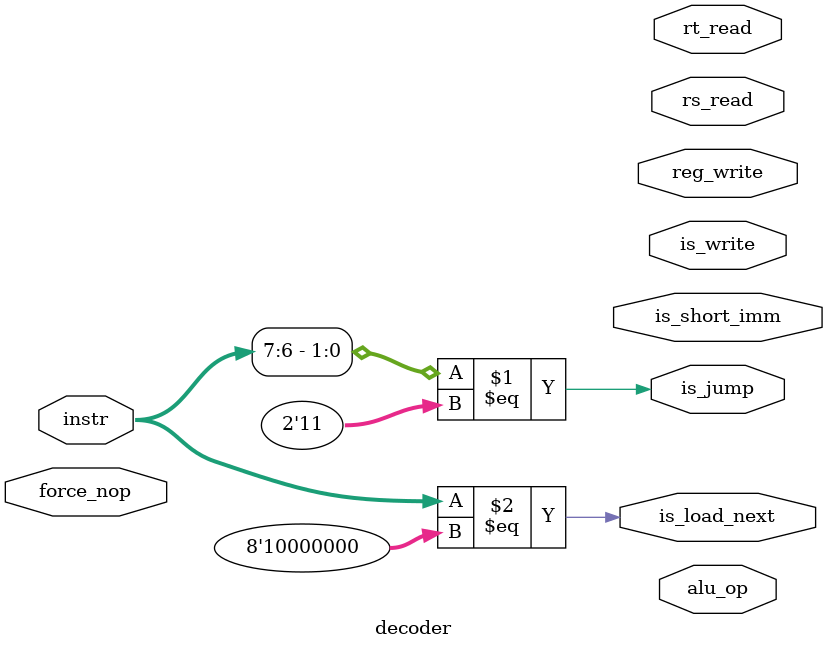
<source format=v>
module decoder(
    input wire [7:0] instr,
    input wire force_nop,
    
    output wire [1:0] rs_read,
    output wire [1:0] rt_read,
    output wire is_write,
    output wire [7:0] reg_write,

    output wire is_short_imm,
    output wire is_jump,

    output wire is_load_next,
    output wire [2:0] alu_op
);

assign is_jump = instr[7:6] == 2'b11;
assign is_load_next = instr == 8'h80;



endmodule
</source>
